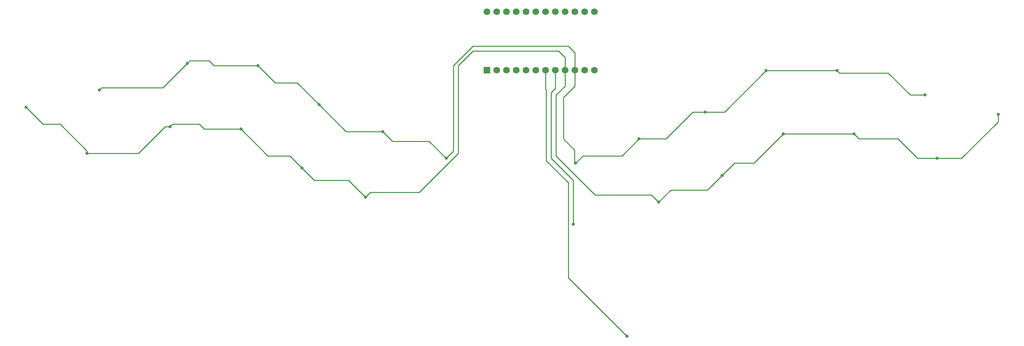
<source format=gbr>
%TF.GenerationSoftware,KiCad,Pcbnew,(6.0.7-1)-1*%
%TF.CreationDate,2022-08-01T13:03:47+02:00*%
%TF.ProjectId,green60-test2,67726565-6e36-4302-9d74-657374322e6b,v1.0.0*%
%TF.SameCoordinates,Original*%
%TF.FileFunction,Copper,L1,Top*%
%TF.FilePolarity,Positive*%
%FSLAX46Y46*%
G04 Gerber Fmt 4.6, Leading zero omitted, Abs format (unit mm)*
G04 Created by KiCad (PCBNEW (6.0.7-1)-1) date 2022-08-01 13:03:47*
%MOMM*%
%LPD*%
G01*
G04 APERTURE LIST*
%TA.AperFunction,ComponentPad*%
%ADD10C,1.752600*%
%TD*%
%TA.AperFunction,ComponentPad*%
%ADD11R,1.752600X1.752600*%
%TD*%
%TA.AperFunction,ViaPad*%
%ADD12C,0.800000*%
%TD*%
%TA.AperFunction,Conductor*%
%ADD13C,0.250000*%
%TD*%
G04 APERTURE END LIST*
D10*
%TO.P,MCU1,24*%
%TO.N,P9*%
X176005183Y-18811448D03*
%TO.P,MCU1,23*%
%TO.N,P8*%
X173465183Y-18811448D03*
%TO.P,MCU1,22*%
%TO.N,P7*%
X170925183Y-18811448D03*
%TO.P,MCU1,21*%
%TO.N,P6*%
X168385183Y-18811448D03*
%TO.P,MCU1,20*%
%TO.N,P5*%
X165845183Y-18811448D03*
%TO.P,MCU1,19*%
%TO.N,P4*%
X163305183Y-18811448D03*
%TO.P,MCU1,18*%
%TO.N,P3*%
X160765183Y-18811448D03*
%TO.P,MCU1,17*%
%TO.N,P2*%
X158225183Y-18811448D03*
%TO.P,MCU1,16*%
%TO.N,N/C*%
X155685183Y-18811448D03*
%TO.P,MCU1,15*%
X153145183Y-18811448D03*
%TO.P,MCU1,14*%
%TO.N,P0*%
X150605183Y-18811448D03*
%TO.P,MCU1,13*%
%TO.N,P1*%
X148065183Y-18811448D03*
%TO.P,MCU1,12*%
%TO.N,P10*%
X176005183Y-34051448D03*
%TO.P,MCU1,11*%
%TO.N,P16*%
X173465183Y-34051448D03*
%TO.P,MCU1,10*%
%TO.N,P14*%
X170925183Y-34051448D03*
%TO.P,MCU1,9*%
%TO.N,P15*%
X168385183Y-34051448D03*
%TO.P,MCU1,8*%
%TO.N,P18*%
X165845183Y-34051448D03*
%TO.P,MCU1,7*%
%TO.N,P19*%
X163305183Y-34051448D03*
%TO.P,MCU1,6*%
%TO.N,P20*%
X160765183Y-34051448D03*
%TO.P,MCU1,5*%
%TO.N,P21*%
X158225183Y-34051448D03*
%TO.P,MCU1,4*%
%TO.N,VCC*%
X155685183Y-34051448D03*
%TO.P,MCU1,3*%
%TO.N,RST*%
X153145183Y-34051448D03*
%TO.P,MCU1,2*%
%TO.N,N/C*%
X150605183Y-34051448D03*
D11*
%TO.P,MCU1,1*%
%TO.N,RAW*%
X148065183Y-34051448D03*
%TD*%
D12*
%TO.N,P19*%
X184475183Y-103421448D03*
%TO.N,P18*%
X170505183Y-74211448D03*
%TO.N,P15*%
X116530183Y-67226448D03*
X100020183Y-59606448D03*
X84145183Y-49446448D03*
X65730183Y-48811448D03*
X28265183Y-43731448D03*
X44140183Y-55796448D03*
X192730183Y-68496448D03*
X209240183Y-61511448D03*
X225115183Y-50716448D03*
X243530183Y-50716448D03*
X265120183Y-57066448D03*
X280995183Y-45636448D03*
%TO.N,P14*%
X261945183Y-40556448D03*
X239085183Y-34206448D03*
X220670183Y-34206448D03*
X204795183Y-45001448D03*
X187650183Y-51986448D03*
X171140183Y-58336448D03*
X137485183Y-57066448D03*
X120975183Y-50081448D03*
X104465183Y-43096448D03*
X88590183Y-32936448D03*
X70175183Y-32301448D03*
X47315183Y-39286448D03*
%TD*%
D13*
%TO.N,P19*%
X163520183Y-39286448D02*
X163305183Y-39071448D01*
%TO.N,P18*%
X164790183Y-39921448D02*
X165845183Y-38866448D01*
%TO.N,P15*%
X166695183Y-29126448D02*
X168385183Y-30816448D01*
%TO.N,P14*%
X169235183Y-27856448D02*
X170925183Y-29546448D01*
%TO.N,P15*%
X166060183Y-40556448D02*
X168385183Y-38231448D01*
%TO.N,P14*%
X77160183Y-32936448D02*
X75890183Y-31666448D01*
%TO.N,P15*%
X73350183Y-48176448D02*
X74620183Y-49446448D01*
X32710183Y-48176448D02*
X37155183Y-48176448D01*
%TO.N,P19*%
X184475183Y-103421448D02*
X169235183Y-88181448D01*
X163520183Y-57701448D02*
X163520183Y-39286448D01*
X169235183Y-88181448D02*
X169235183Y-63416448D01*
X169235183Y-63416448D02*
X163520183Y-57701448D01*
X163305183Y-39071448D02*
X163305183Y-34051448D01*
%TO.N,P18*%
X170505183Y-74211448D02*
X170505183Y-62781448D01*
X170505183Y-62781448D02*
X164790183Y-57066448D01*
X164790183Y-57066448D02*
X164790183Y-39921448D01*
X165845183Y-38866448D02*
X165845183Y-34051448D01*
%TO.N,P15*%
X116530183Y-67226448D02*
X117800183Y-65956448D01*
X117800183Y-65956448D02*
X130500183Y-65956448D01*
X130500183Y-65956448D02*
X140660183Y-55796448D01*
X140660183Y-55796448D02*
X140660183Y-32936448D01*
X140660183Y-32936448D02*
X144470183Y-29126448D01*
X144470183Y-29126448D02*
X166695183Y-29126448D01*
X168385183Y-30816448D02*
X168385183Y-34051448D01*
%TO.N,P14*%
X137485183Y-57066448D02*
X139390183Y-55161448D01*
X139390183Y-55161448D02*
X139390183Y-32936448D01*
X144470183Y-27856448D02*
X169235183Y-27856448D01*
X139390183Y-32936448D02*
X144470183Y-27856448D01*
X170925183Y-29546448D02*
X170925183Y-34051448D01*
%TO.N,P15*%
X192730183Y-68496448D02*
X190825183Y-66591448D01*
X168385183Y-38231448D02*
X168385183Y-34051448D01*
X190825183Y-66591448D02*
X176220183Y-66591448D01*
X176220183Y-66591448D02*
X166060183Y-56431448D01*
X166060183Y-56431448D02*
X166060183Y-40556448D01*
%TO.N,P14*%
X171140183Y-58336448D02*
X170886536Y-58082801D01*
X170886536Y-58082801D02*
X170886536Y-54907801D01*
X170886536Y-54907801D02*
X167965183Y-51986448D01*
X167965183Y-51986448D02*
X167965183Y-41191448D01*
X167965183Y-41191448D02*
X170925183Y-38231448D01*
X170925183Y-38231448D02*
X170925183Y-34051448D01*
X70175183Y-32301448D02*
X63825183Y-38651448D01*
X63825183Y-38651448D02*
X47950183Y-38651448D01*
X47950183Y-38651448D02*
X47315183Y-39286448D01*
X88590183Y-32936448D02*
X77160183Y-32936448D01*
X75890183Y-31666448D02*
X70810183Y-31666448D01*
X70810183Y-31666448D02*
X70175183Y-32301448D01*
X104465183Y-43096448D02*
X98750183Y-37381448D01*
X98750183Y-37381448D02*
X93035183Y-37381448D01*
X93035183Y-37381448D02*
X88590183Y-32936448D01*
X120975183Y-50081448D02*
X111450183Y-50081448D01*
X111450183Y-50081448D02*
X104465183Y-43096448D01*
X137485183Y-57066448D02*
X133040183Y-52621448D01*
X133040183Y-52621448D02*
X123515183Y-52621448D01*
X123515183Y-52621448D02*
X120975183Y-50081448D01*
%TO.N,P15*%
X100020183Y-59606448D02*
X103195183Y-62781448D01*
X103195183Y-62781448D02*
X112085183Y-62781448D01*
X112085183Y-62781448D02*
X116530183Y-67226448D01*
X84145183Y-49446448D02*
X91130183Y-56431448D01*
X91130183Y-56431448D02*
X96845183Y-56431448D01*
X96845183Y-56431448D02*
X100020183Y-59606448D01*
X65730183Y-48811448D02*
X66365183Y-48176448D01*
X66365183Y-48176448D02*
X73350183Y-48176448D01*
X74620183Y-49446448D02*
X84145183Y-49446448D01*
X44140183Y-55796448D02*
X57475183Y-55796448D01*
X57475183Y-55796448D02*
X64460183Y-48811448D01*
X64460183Y-48811448D02*
X65730183Y-48811448D01*
X28265183Y-43731448D02*
X32710183Y-48176448D01*
X37155183Y-48176448D02*
X44140183Y-55161448D01*
X44140183Y-55161448D02*
X44140183Y-55796448D01*
%TO.N,P14*%
X187650183Y-51986448D02*
X183205183Y-56431448D01*
X183205183Y-56431448D02*
X173045183Y-56431448D01*
X173045183Y-56431448D02*
X171140183Y-58336448D01*
X204795183Y-45001448D02*
X201620183Y-45001448D01*
X194635183Y-51986448D02*
X187650183Y-51986448D01*
X201620183Y-45001448D02*
X194635183Y-51986448D01*
X220670183Y-34206448D02*
X209875183Y-45001448D01*
X209875183Y-45001448D02*
X204795183Y-45001448D01*
X239085183Y-34206448D02*
X220670183Y-34206448D01*
X261945183Y-40556448D02*
X258135183Y-40556448D01*
X258135183Y-40556448D02*
X252420183Y-34841448D01*
X252420183Y-34841448D02*
X239720183Y-34841448D01*
X239720183Y-34841448D02*
X239085183Y-34206448D01*
%TO.N,P15*%
X209240183Y-61511448D02*
X205430183Y-65321448D01*
X205430183Y-65321448D02*
X195905183Y-65321448D01*
X195905183Y-65321448D02*
X192730183Y-68496448D01*
X225115183Y-50716448D02*
X217495183Y-58336448D01*
X217495183Y-58336448D02*
X212415183Y-58336448D01*
X212415183Y-58336448D02*
X209240183Y-61511448D01*
X243530183Y-50716448D02*
X225115183Y-50716448D01*
X265120183Y-57066448D02*
X260040183Y-57066448D01*
X254960183Y-51986448D02*
X244800183Y-51986448D01*
X260040183Y-57066448D02*
X254960183Y-51986448D01*
X244800183Y-51986448D02*
X243530183Y-50716448D01*
X280995183Y-45636448D02*
X280995183Y-47541448D01*
X280995183Y-47541448D02*
X271470183Y-57066448D01*
X271470183Y-57066448D02*
X265120183Y-57066448D01*
%TD*%
M02*

</source>
